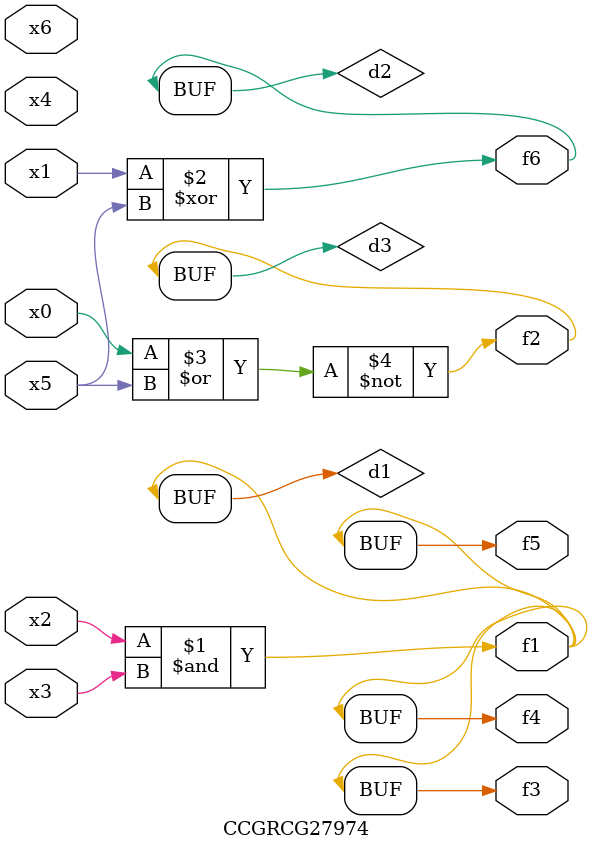
<source format=v>
module CCGRCG27974(
	input x0, x1, x2, x3, x4, x5, x6,
	output f1, f2, f3, f4, f5, f6
);

	wire d1, d2, d3;

	and (d1, x2, x3);
	xor (d2, x1, x5);
	nor (d3, x0, x5);
	assign f1 = d1;
	assign f2 = d3;
	assign f3 = d1;
	assign f4 = d1;
	assign f5 = d1;
	assign f6 = d2;
endmodule

</source>
